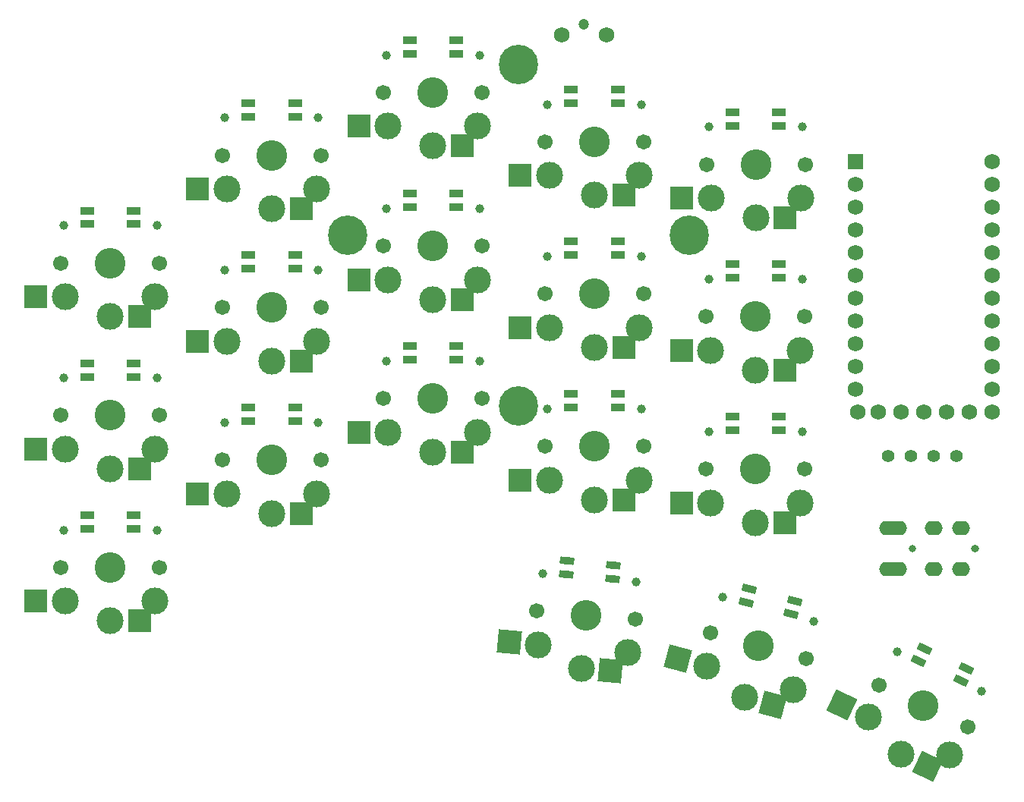
<source format=gbr>
%TF.GenerationSoftware,KiCad,Pcbnew,(6.0.0)*%
%TF.CreationDate,2022-04-19T03:34:00-07:00*%
%TF.ProjectId,half-swept,68616c66-2d73-4776-9570-742e6b696361,rev?*%
%TF.SameCoordinates,Original*%
%TF.FileFunction,Soldermask,Bot*%
%TF.FilePolarity,Negative*%
%FSLAX46Y46*%
G04 Gerber Fmt 4.6, Leading zero omitted, Abs format (unit mm)*
G04 Created by KiCad (PCBNEW (6.0.0)) date 2022-04-19 03:34:00*
%MOMM*%
%LPD*%
G01*
G04 APERTURE LIST*
G04 Aperture macros list*
%AMRoundRect*
0 Rectangle with rounded corners*
0 $1 Rounding radius*
0 $2 $3 $4 $5 $6 $7 $8 $9 X,Y pos of 4 corners*
0 Add a 4 corners polygon primitive as box body*
4,1,4,$2,$3,$4,$5,$6,$7,$8,$9,$2,$3,0*
0 Add four circle primitives for the rounded corners*
1,1,$1+$1,$2,$3*
1,1,$1+$1,$4,$5*
1,1,$1+$1,$6,$7*
1,1,$1+$1,$8,$9*
0 Add four rect primitives between the rounded corners*
20,1,$1+$1,$2,$3,$4,$5,0*
20,1,$1+$1,$4,$5,$6,$7,0*
20,1,$1+$1,$6,$7,$8,$9,0*
20,1,$1+$1,$8,$9,$2,$3,0*%
%AMRotRect*
0 Rectangle, with rotation*
0 The origin of the aperture is its center*
0 $1 length*
0 $2 width*
0 $3 Rotation angle, in degrees counterclockwise*
0 Add horizontal line*
21,1,$1,$2,0,0,$3*%
G04 Aperture macros list end*
%ADD10C,0.990600*%
%ADD11RotRect,2.600000X2.600000X345.000000*%
%ADD12C,3.000000*%
%ADD13C,3.429000*%
%ADD14C,1.701800*%
%ADD15RotRect,2.600000X2.600000X335.000000*%
%ADD16R,2.600000X2.600000*%
%ADD17RotRect,2.600000X2.600000X355.000000*%
%ADD18C,0.800000*%
%ADD19O,2.000000X1.600000*%
%ADD20C,1.200000*%
%ADD21C,1.750000*%
%ADD22C,4.400000*%
%ADD23RoundRect,0.082000X-0.686681X0.389330X-0.743855X-0.264174X0.686681X-0.389330X0.743855X0.264174X0*%
%ADD24RoundRect,0.082000X-0.718000X0.328000X-0.718000X-0.328000X0.718000X-0.328000X0.718000X0.328000X0*%
%ADD25RoundRect,0.082000X-0.608642X0.502656X-0.778427X-0.130992X0.608642X-0.502656X0.778427X0.130992X0*%
%ADD26R,1.752600X1.752600*%
%ADD27C,1.752600*%
%ADD28RoundRect,0.082000X-0.512110X0.600709X-0.789348X0.006171X0.512110X-0.600709X0.789348X-0.006171X0*%
%ADD29C,1.397000*%
G04 APERTURE END LIST*
D10*
%TO.C,SW21*%
X100912971Y-81196858D03*
X90828705Y-78494787D03*
D11*
X85820190Y-85383205D03*
X96407232Y-90497602D03*
D12*
X88983597Y-86230838D03*
X93243825Y-89649970D03*
D13*
X94783798Y-83902711D03*
D12*
X98642856Y-88819028D03*
D14*
X100096390Y-85326216D03*
X89471206Y-82479206D03*
%TD*%
D10*
%TO.C,SW20*%
X119689724Y-89002284D03*
X110227871Y-84590149D03*
D15*
X104099286Y-90504197D03*
X113637380Y-97379315D03*
D12*
X107067444Y-91888272D03*
X110669222Y-95995240D03*
D13*
X113183801Y-90602709D03*
D12*
X116130521Y-96114455D03*
D14*
X118168494Y-92927109D03*
X108199108Y-88278309D03*
%TD*%
D10*
%TO.C,SW18*%
X99677454Y-60010711D03*
X89237454Y-60010711D03*
D16*
X86182454Y-67960711D03*
X97732454Y-70160711D03*
D12*
X89457454Y-67960711D03*
X94457454Y-70160711D03*
D13*
X94457454Y-64210711D03*
D12*
X99457454Y-67960711D03*
D14*
X99957454Y-64210711D03*
X88957454Y-64210711D03*
%TD*%
D10*
%TO.C,SW17*%
X81703799Y-57470713D03*
X71263799Y-57470713D03*
D16*
X68208799Y-65420713D03*
X79758799Y-67620713D03*
D12*
X71483799Y-65420713D03*
X76483799Y-67620713D03*
D13*
X76483799Y-61670713D03*
D12*
X81483799Y-65420713D03*
D14*
X81983799Y-61670713D03*
X70983799Y-61670713D03*
%TD*%
D10*
%TO.C,SW16*%
X63703797Y-52136711D03*
X53263797Y-52136711D03*
D16*
X50208797Y-60086711D03*
X61758797Y-62286711D03*
D12*
X53483797Y-60086711D03*
X58483797Y-62286711D03*
D13*
X58483797Y-56336711D03*
D12*
X63483797Y-60086711D03*
D14*
X63983797Y-56336711D03*
X52983797Y-56336711D03*
%TD*%
D10*
%TO.C,SW15*%
X45703799Y-58994710D03*
X35263799Y-58994710D03*
D16*
X32208799Y-66944710D03*
X43758799Y-69144710D03*
D12*
X35483799Y-66944710D03*
X40483799Y-69144710D03*
D13*
X40483799Y-63194710D03*
D12*
X45483799Y-66944710D03*
D14*
X45983799Y-63194710D03*
X34983799Y-63194710D03*
%TD*%
D10*
%TO.C,SW14*%
X27703799Y-71002709D03*
X17263799Y-71002709D03*
D16*
X14208799Y-78952709D03*
X25758799Y-81152709D03*
D12*
X17483799Y-78952709D03*
X22483799Y-81152709D03*
D13*
X22483799Y-75202709D03*
D12*
X27483799Y-78952709D03*
D14*
X27983799Y-75202709D03*
X16983799Y-75202709D03*
%TD*%
D10*
%TO.C,SW12*%
X99683799Y-42992711D03*
X89243799Y-42992711D03*
D16*
X86188799Y-50942711D03*
X97738799Y-53142711D03*
D12*
X89463799Y-50942711D03*
X94463799Y-53142711D03*
D13*
X94463799Y-47192711D03*
D12*
X99463799Y-50942711D03*
D14*
X99963799Y-47192711D03*
X88963799Y-47192711D03*
%TD*%
D10*
%TO.C,SW11*%
X81703800Y-40452714D03*
X71263800Y-40452714D03*
D16*
X68208800Y-48402714D03*
X79758800Y-50602714D03*
D12*
X71483800Y-48402714D03*
X76483800Y-50602714D03*
D13*
X76483800Y-44652714D03*
D12*
X81483800Y-48402714D03*
D14*
X81983800Y-44652714D03*
X70983800Y-44652714D03*
%TD*%
D10*
%TO.C,SW10*%
X63703800Y-35118711D03*
X53263800Y-35118711D03*
D16*
X50208800Y-43068711D03*
X61758800Y-45268711D03*
D12*
X53483800Y-43068711D03*
X58483800Y-45268711D03*
D13*
X58483800Y-39318711D03*
D12*
X63483800Y-43068711D03*
D14*
X63983800Y-39318711D03*
X52983800Y-39318711D03*
%TD*%
D10*
%TO.C,SW9*%
X45703800Y-41976711D03*
X35263800Y-41976711D03*
D16*
X32208800Y-49926711D03*
X43758800Y-52126711D03*
D12*
X35483800Y-49926711D03*
X40483800Y-52126711D03*
D13*
X40483800Y-46176711D03*
D12*
X45483800Y-49926711D03*
D14*
X45983800Y-46176711D03*
X34983800Y-46176711D03*
%TD*%
D10*
%TO.C,SW8*%
X27703799Y-54002711D03*
X17263799Y-54002711D03*
D16*
X14208799Y-61952711D03*
X25758799Y-64152711D03*
D12*
X17483799Y-61952711D03*
X22483799Y-64152711D03*
D13*
X22483799Y-58202711D03*
D12*
X27483799Y-61952711D03*
D14*
X27983799Y-58202711D03*
X16983799Y-58202711D03*
%TD*%
D10*
%TO.C,SW6*%
X99703798Y-26002711D03*
X89263798Y-26002711D03*
D16*
X86208798Y-33952711D03*
X97758798Y-36152711D03*
D12*
X89483798Y-33952711D03*
X94483798Y-36152711D03*
D13*
X94483798Y-30202711D03*
D12*
X99483798Y-33952711D03*
D14*
X99983798Y-30202711D03*
X88983798Y-30202711D03*
%TD*%
D10*
%TO.C,SW5*%
X81703798Y-23502712D03*
X71263798Y-23502712D03*
D16*
X68208798Y-31452712D03*
X79758798Y-33652712D03*
D12*
X71483798Y-31452712D03*
X76483798Y-33652712D03*
D13*
X76483798Y-27702712D03*
D12*
X81483798Y-31452712D03*
D14*
X81983798Y-27702712D03*
X70983798Y-27702712D03*
%TD*%
D10*
%TO.C,SW4*%
X63703798Y-18002711D03*
X53263798Y-18002711D03*
D16*
X50208798Y-25952711D03*
X61758798Y-28152711D03*
D12*
X53483798Y-25952711D03*
X58483798Y-28152711D03*
D13*
X58483798Y-22202711D03*
D12*
X63483798Y-25952711D03*
D14*
X63983798Y-22202711D03*
X52983798Y-22202711D03*
%TD*%
D10*
%TO.C,SW3*%
X45703801Y-25002711D03*
X35263801Y-25002711D03*
D16*
X32208801Y-32952711D03*
X43758801Y-35152711D03*
D12*
X35483801Y-32952711D03*
X40483801Y-35152711D03*
D13*
X40483801Y-29202711D03*
D12*
X45483801Y-32952711D03*
D14*
X45983801Y-29202711D03*
X34983801Y-29202711D03*
%TD*%
D10*
%TO.C,SW2*%
X27703799Y-37002711D03*
X17263799Y-37002711D03*
D16*
X14208799Y-44952711D03*
X25758799Y-47152711D03*
D12*
X17483799Y-44952711D03*
X22483799Y-47152711D03*
D13*
X22483799Y-41202711D03*
D12*
X27483799Y-44952711D03*
D14*
X27983799Y-41202711D03*
X16983799Y-41202711D03*
%TD*%
D10*
%TO.C,SW1*%
X81099989Y-76773644D03*
X70699717Y-75863738D03*
D17*
X66963454Y-83517225D03*
X78277760Y-86715503D03*
D12*
X70225991Y-83802660D03*
X75015222Y-86430067D03*
D13*
X75533799Y-80502709D03*
D12*
X80187938Y-84674218D03*
D14*
X81012870Y-80982066D03*
X70054728Y-80023352D03*
%TD*%
D18*
%TO.C,J2*%
X111951800Y-73072711D03*
X118951800Y-73072711D03*
D19*
X109251800Y-70772711D03*
X110351800Y-75372711D03*
X114351800Y-75372711D03*
X117351800Y-75372711D03*
%TD*%
D20*
%TO.C,RSW1*%
X75308798Y-14555212D03*
D21*
X72808798Y-15765212D03*
X77808798Y-15765212D03*
%TD*%
D22*
%TO.C,REF\u002A\u002A*%
X67983800Y-57152712D03*
X48933800Y-38102712D03*
X87033800Y-38102712D03*
X67983800Y-19052712D03*
%TD*%
D23*
%TO.C,D12*%
X73451811Y-74468289D03*
X73321077Y-75962581D03*
X78501290Y-76415791D03*
X78632023Y-74921499D03*
%TD*%
D24*
%TO.C,D16*%
X37883801Y-23372711D03*
X37883801Y-24872711D03*
X43083801Y-24872711D03*
X43083801Y-23372711D03*
%TD*%
%TO.C,D8*%
X55883797Y-50506711D03*
X55883797Y-52006711D03*
X61083797Y-52006711D03*
X61083797Y-50506711D03*
%TD*%
%TO.C,D2*%
X55883798Y-16372711D03*
X55883798Y-17872711D03*
X61083798Y-17872711D03*
X61083798Y-16372711D03*
%TD*%
D25*
%TO.C,D15*%
X93781306Y-77598434D03*
X93393077Y-79047323D03*
X98415892Y-80393182D03*
X98804120Y-78944293D03*
%TD*%
D24*
%TO.C,D11*%
X73883799Y-55840713D03*
X73883799Y-57340713D03*
X79083799Y-57340713D03*
X79083799Y-55840713D03*
%TD*%
D26*
%TO.C,U2*%
X105613798Y-29869461D03*
D27*
X105613798Y-32409461D03*
X105613798Y-34949461D03*
X105613798Y-37489461D03*
X105613798Y-40029461D03*
X105613798Y-42569461D03*
X105613798Y-45109461D03*
X105613798Y-47649461D03*
X105613798Y-50189461D03*
X105613798Y-52729461D03*
X105613798Y-55269461D03*
X105842398Y-57809461D03*
X120853798Y-57809461D03*
X120853798Y-55269461D03*
X120853798Y-52729461D03*
X120853798Y-50189461D03*
X120853798Y-47649461D03*
X120853798Y-45109461D03*
X120853798Y-42569461D03*
X120853798Y-40029461D03*
X120853798Y-37489461D03*
X120853798Y-34949461D03*
X120853798Y-32409461D03*
X120853798Y-29869461D03*
X108153798Y-57809461D03*
X110693798Y-57809461D03*
X113233798Y-57809461D03*
X115773798Y-57809461D03*
X118313798Y-57809461D03*
%TD*%
D24*
%TO.C,D14*%
X73883800Y-38822714D03*
X73883800Y-40322714D03*
X79083800Y-40322714D03*
X79083800Y-38822714D03*
%TD*%
%TO.C,D10*%
X37883799Y-57364710D03*
X37883799Y-58864710D03*
X43083799Y-58864710D03*
X43083799Y-57364710D03*
%TD*%
%TO.C,D1*%
X19883799Y-35372711D03*
X19883799Y-36872711D03*
X25083799Y-36872711D03*
X25083799Y-35372711D03*
%TD*%
%TO.C,D9*%
X91863800Y-58380712D03*
X91863800Y-59880712D03*
X97063800Y-59880712D03*
X97063800Y-58380712D03*
%TD*%
%TO.C,D17*%
X73883798Y-21872712D03*
X73883798Y-23372712D03*
X79083798Y-23372712D03*
X79083798Y-21872712D03*
%TD*%
D28*
%TO.C,D18*%
X113291265Y-84220127D03*
X112657338Y-85579589D03*
X117370138Y-87777204D03*
X118004066Y-86417742D03*
%TD*%
D24*
%TO.C,D4*%
X19883797Y-52422712D03*
X19883797Y-53922712D03*
X25083797Y-53922712D03*
X25083797Y-52422712D03*
%TD*%
%TO.C,D3*%
X91883798Y-24372711D03*
X91883798Y-25872711D03*
X97083798Y-25872711D03*
X97083798Y-24372711D03*
%TD*%
%TO.C,D7*%
X19883799Y-69372709D03*
X19883799Y-70872709D03*
X25083799Y-70872709D03*
X25083799Y-69372709D03*
%TD*%
D29*
%TO.C,OL1*%
X109223799Y-62782712D03*
X111763799Y-62782712D03*
X114303799Y-62782712D03*
X116843799Y-62782712D03*
%TD*%
D24*
%TO.C,D5*%
X55883800Y-33488711D03*
X55883800Y-34988711D03*
X61083800Y-34988711D03*
X61083800Y-33488711D03*
%TD*%
%TO.C,D6*%
X91863799Y-41362711D03*
X91863799Y-42862711D03*
X97063799Y-42862711D03*
X97063799Y-41362711D03*
%TD*%
%TO.C,D13*%
X37883800Y-40346711D03*
X37883800Y-41846711D03*
X43083800Y-41846711D03*
X43083800Y-40346711D03*
%TD*%
D18*
%TO.C,J1*%
X118933800Y-73052713D03*
X111933800Y-73052713D03*
D19*
X109233800Y-75352713D03*
X110333800Y-70752713D03*
X114333800Y-70752713D03*
X117333800Y-70752713D03*
%TD*%
M02*

</source>
